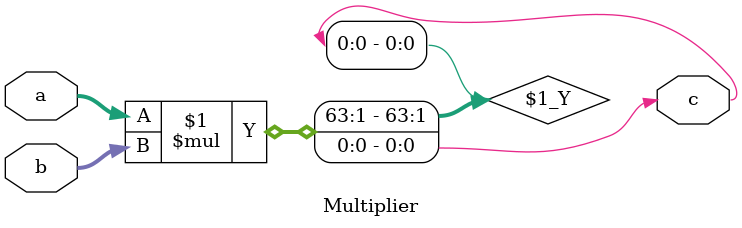
<source format=v>
module Multiplier(a, b, c);
	input [63:0]a, b;
	output wire c;
	
	assign c = a * b;

endmodule
</source>
